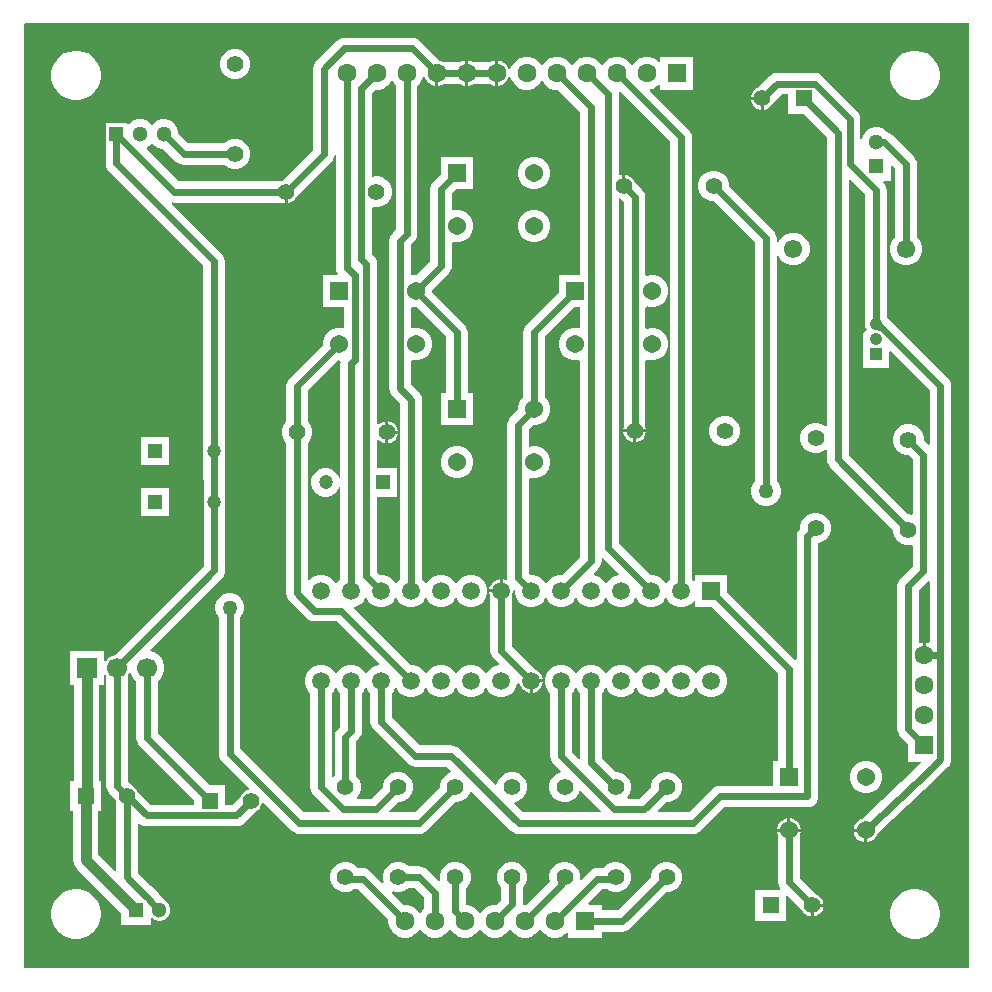
<source format=gtl>
G04*
G04 #@! TF.GenerationSoftware,Altium Limited,Altium Designer,21.4.1 (30)*
G04*
G04 Layer_Physical_Order=1*
G04 Layer_Color=255*
%FSLAX25Y25*%
%MOIN*%
G70*
G04*
G04 #@! TF.SameCoordinates,C371DEEE-1534-44D1-B208-D1612C8B0698*
G04*
G04*
G04 #@! TF.FilePolarity,Positive*
G04*
G01*
G75*
%ADD12C,0.02362*%
%ADD17R,0.04724X0.04724*%
%ADD18C,0.04724*%
%ADD25C,0.05118*%
%ADD26R,0.05118X0.05118*%
%ADD28R,0.05118X0.05118*%
%ADD34C,0.06063*%
%ADD35R,0.06063X0.06063*%
%ADD42C,0.03543*%
%ADD43R,0.05906X0.05906*%
%ADD44C,0.05906*%
%ADD45C,0.05512*%
%ADD46C,0.06693*%
%ADD47R,0.06693X0.06693*%
%ADD48R,0.05512X0.05512*%
%ADD49C,0.06102*%
%ADD50R,0.04134X0.04134*%
%ADD51C,0.04134*%
%ADD52C,0.06299*%
%ADD53R,0.06299X0.06299*%
%ADD54R,0.06299X0.06299*%
%ADD55C,0.05000*%
G36*
X315158Y-394D02*
X314657Y-394D01*
X197D01*
X197Y314067D01*
X697Y314567D01*
X315158D01*
Y-394D01*
D02*
G37*
%LPC*%
G36*
X157413Y302181D02*
X157367D01*
X156312Y301898D01*
X155804Y301605D01*
X150022D01*
X149515Y301898D01*
X148460Y302181D01*
X148413D01*
Y298031D01*
Y293882D01*
X148460D01*
X149515Y294165D01*
X150022Y294458D01*
X155804D01*
X156312Y294165D01*
X157367Y293882D01*
X157413D01*
Y298031D01*
Y302181D01*
D02*
G37*
G36*
X71343Y306142D02*
X69995D01*
X68694Y305793D01*
X67527Y305119D01*
X66574Y304166D01*
X65900Y302999D01*
X65551Y301697D01*
Y300350D01*
X65900Y299048D01*
X66574Y297881D01*
X67527Y296928D01*
X68694Y296254D01*
X69995Y295905D01*
X71343D01*
X72645Y296254D01*
X73812Y296928D01*
X74765Y297881D01*
X75438Y299048D01*
X75787Y300350D01*
Y301697D01*
X75438Y302999D01*
X74765Y304166D01*
X73812Y305119D01*
X72645Y305793D01*
X71343Y306142D01*
D02*
G37*
G36*
X129634Y309885D02*
X107087D01*
X106162Y309763D01*
X105300Y309406D01*
X104560Y308838D01*
X97759Y302038D01*
X97192Y301298D01*
X96834Y300436D01*
X96713Y299511D01*
Y272476D01*
X86276Y262038D01*
X51874D01*
X41157Y272755D01*
X41240Y273380D01*
X41998Y273818D01*
X42913Y274733D01*
X43829Y273818D01*
X44951Y273170D01*
X46202Y272835D01*
X46717D01*
X51056Y268496D01*
X51796Y267929D01*
X52658Y267571D01*
X53583Y267450D01*
X67005D01*
X67527Y266928D01*
X68694Y266254D01*
X69995Y265905D01*
X71343D01*
X72645Y266254D01*
X73812Y266928D01*
X74765Y267881D01*
X75438Y269048D01*
X75787Y270350D01*
Y271697D01*
X75438Y272999D01*
X74765Y274166D01*
X73812Y275119D01*
X72645Y275793D01*
X71343Y276142D01*
X69995D01*
X68694Y275793D01*
X67527Y275119D01*
X67005Y274598D01*
X55063D01*
X51772Y277889D01*
Y278404D01*
X51436Y279655D01*
X50788Y280778D01*
X49872Y281694D01*
X48750Y282342D01*
X47498Y282677D01*
X46202D01*
X44951Y282342D01*
X43829Y281694D01*
X42913Y280779D01*
X41998Y281694D01*
X40876Y282342D01*
X39624Y282677D01*
X38328D01*
X37077Y282342D01*
X35955Y281694D01*
X35162Y280901D01*
X34661Y281075D01*
Y281315D01*
X31215D01*
X31102Y281330D01*
X30990Y281315D01*
X27543D01*
Y277868D01*
X27529Y277756D01*
Y267913D01*
X27650Y266988D01*
X28007Y266126D01*
X28575Y265386D01*
X60009Y233953D01*
Y172047D01*
Y163608D01*
X60131Y162683D01*
X60206Y162502D01*
Y155118D01*
Y133764D01*
X30542Y104100D01*
X29621Y103853D01*
X28630Y103281D01*
X27821Y102472D01*
X27508Y101929D01*
X27008Y102063D01*
Y105512D01*
X15591D01*
Y94095D01*
X17130D01*
Y62205D01*
X15748D01*
Y51968D01*
X16697D01*
Y35827D01*
X16697Y35827D01*
X16839Y34747D01*
X17255Y33742D01*
X17918Y32878D01*
X32677Y18119D01*
Y14173D01*
X42520D01*
Y16381D01*
X43020Y16510D01*
X43035Y16498D01*
X43287Y16247D01*
X43595Y16069D01*
X43685Y15999D01*
X43790Y15956D01*
X44099Y15778D01*
X44442Y15686D01*
X44547Y15642D01*
X44660Y15628D01*
X45004Y15535D01*
X45360D01*
X45472Y15521D01*
X45585Y15535D01*
X45941D01*
X46285Y15628D01*
X46397Y15642D01*
X46502Y15686D01*
X46846Y15778D01*
X47155Y15956D01*
X47259Y15999D01*
X47349Y16069D01*
X47658Y16247D01*
X47909Y16498D01*
X48000Y16567D01*
X48069Y16657D01*
X48320Y16909D01*
X48498Y17217D01*
X48568Y17308D01*
X48611Y17412D01*
X48789Y17721D01*
X48881Y18065D01*
X48924Y18169D01*
X48939Y18282D01*
X49031Y18626D01*
Y18982D01*
X49046Y19094D01*
X49031Y19207D01*
Y19563D01*
X48939Y19907D01*
X48924Y20019D01*
X48881Y20124D01*
X48789Y20468D01*
X48611Y20776D01*
X48568Y20881D01*
X48498Y20971D01*
X48320Y21280D01*
X48069Y21531D01*
X48000Y21621D01*
X45544Y24077D01*
X45434Y24344D01*
X44866Y25084D01*
X44546Y25403D01*
X44546Y25403D01*
X43588Y26362D01*
X42848Y26930D01*
X42581Y27040D01*
X38219Y31402D01*
Y47835D01*
X38719Y47979D01*
X39371Y47480D01*
X40232Y47123D01*
X41157Y47001D01*
X71047D01*
X71972Y47123D01*
X72834Y47480D01*
X73574Y48048D01*
X77681Y52155D01*
X78290Y52506D01*
X78990Y53206D01*
X79484Y54062D01*
X79651Y54685D01*
X80209Y54835D01*
X89560Y45484D01*
X89560Y45484D01*
X90300Y44916D01*
X91162Y44559D01*
X92087Y44437D01*
X92087Y44437D01*
X132027D01*
X132952Y44559D01*
X133814Y44916D01*
X134554Y45484D01*
X144030Y54961D01*
X144768D01*
X146070Y55309D01*
X147237Y55983D01*
X148190Y56936D01*
X148864Y58103D01*
X148983Y58548D01*
X149466Y58678D01*
X162660Y45484D01*
X163400Y44916D01*
X164262Y44559D01*
X165187Y44437D01*
X223387D01*
X224312Y44559D01*
X225173Y44916D01*
X225914Y45484D01*
X233767Y53337D01*
X261487D01*
X262412Y53459D01*
X263274Y53816D01*
X264014Y54384D01*
X264582Y55124D01*
X264939Y55986D01*
X265060Y56911D01*
Y141317D01*
X266149Y141609D01*
X267316Y142282D01*
X268269Y143235D01*
X268942Y144403D01*
X269291Y145704D01*
Y147052D01*
X268942Y148354D01*
X268269Y149521D01*
X267316Y150473D01*
X266149Y151147D01*
X264847Y151496D01*
X263499D01*
X262198Y151147D01*
X261031Y150473D01*
X260078Y149521D01*
X259404Y148354D01*
X259055Y147052D01*
Y146314D01*
X258960Y146219D01*
X258392Y145478D01*
X258034Y144616D01*
X257913Y143691D01*
Y102652D01*
X257413Y102445D01*
X234685Y125172D01*
Y130748D01*
X224055D01*
Y128861D01*
X223555Y128765D01*
X222944Y129376D01*
Y276575D01*
X222822Y277500D01*
X222465Y278362D01*
X221897Y279102D01*
X208921Y292078D01*
X209071Y292635D01*
X210041Y292895D01*
X211298Y293621D01*
X211902Y294225D01*
X212402Y294018D01*
Y292520D01*
X223425D01*
Y303543D01*
X212402D01*
Y302045D01*
X211902Y301838D01*
X211298Y302442D01*
X210041Y303168D01*
X208639Y303543D01*
X207188D01*
X205786Y303168D01*
X204529Y302442D01*
X203503Y301416D01*
X203163Y300828D01*
X202663D01*
X202324Y301416D01*
X201298Y302442D01*
X200041Y303168D01*
X198639Y303543D01*
X197188D01*
X195786Y303168D01*
X194529Y302442D01*
X193503Y301416D01*
X193163Y300828D01*
X192663D01*
X192324Y301416D01*
X191298Y302442D01*
X190041Y303168D01*
X188639Y303543D01*
X187188D01*
X185786Y303168D01*
X184529Y302442D01*
X183503Y301416D01*
X183163Y300828D01*
X182663D01*
X182324Y301416D01*
X181298Y302442D01*
X180041Y303168D01*
X178639Y303543D01*
X177188D01*
X175786Y303168D01*
X174529Y302442D01*
X173503Y301416D01*
X173163Y300828D01*
X172663D01*
X172324Y301416D01*
X171298Y302442D01*
X170041Y303168D01*
X168639Y303543D01*
X167188D01*
X165786Y303168D01*
X164529Y302442D01*
X163503Y301416D01*
X162777Y300159D01*
X162467Y299002D01*
X161950D01*
X161780Y299633D01*
X161234Y300579D01*
X160461Y301352D01*
X159515Y301898D01*
X158460Y302181D01*
X158413D01*
Y298031D01*
Y293882D01*
X158460D01*
X159515Y294165D01*
X160461Y294711D01*
X161234Y295483D01*
X161780Y296430D01*
X161950Y297061D01*
X162467D01*
X162777Y295904D01*
X163503Y294647D01*
X164529Y293621D01*
X165786Y292895D01*
X167188Y292520D01*
X168639D01*
X170041Y292895D01*
X171298Y293621D01*
X172324Y294647D01*
X172663Y295235D01*
X173163D01*
X173503Y294647D01*
X174529Y293621D01*
X175786Y292895D01*
X177188Y292520D01*
X178371D01*
X185713Y285178D01*
Y230787D01*
X178662D01*
Y225054D01*
X167748Y214141D01*
X167181Y213401D01*
X166823Y212539D01*
X166702Y211614D01*
Y190078D01*
X165960Y189335D01*
X165250Y188105D01*
X164882Y186734D01*
Y185684D01*
X162460Y183262D01*
X161892Y182522D01*
X161535Y181660D01*
X161413Y180735D01*
Y129817D01*
X161473Y129361D01*
X161009Y129051D01*
X160896Y129117D01*
X159891Y129386D01*
X159870D01*
Y125433D01*
X159370D01*
Y124933D01*
X155418D01*
Y124913D01*
X155687Y123907D01*
X155796Y123718D01*
Y105433D01*
X155918Y104508D01*
X156275Y103646D01*
X156843Y102906D01*
X158523Y101226D01*
X158373Y100669D01*
X157319Y100386D01*
X156107Y99686D01*
X155117Y98697D01*
X154659Y97903D01*
X154081D01*
X153623Y98697D01*
X152634Y99686D01*
X151422Y100386D01*
X150070Y100748D01*
X148670D01*
X147319Y100386D01*
X146107Y99686D01*
X145117Y98697D01*
X144659Y97903D01*
X144081D01*
X143623Y98697D01*
X142634Y99686D01*
X141422Y100386D01*
X140070Y100748D01*
X138671D01*
X137319Y100386D01*
X136107Y99686D01*
X135117Y98697D01*
X134659Y97903D01*
X134081D01*
X133623Y98697D01*
X132634Y99686D01*
X131422Y100386D01*
X130070Y100748D01*
X129110D01*
X110217Y119640D01*
X110367Y120198D01*
X111422Y120481D01*
X112634Y121180D01*
X113623Y122170D01*
X114082Y122964D01*
X114659D01*
X115117Y122170D01*
X116107Y121180D01*
X117319Y120481D01*
X118670Y120118D01*
X120070D01*
X121422Y120481D01*
X122634Y121180D01*
X123623Y122170D01*
X124082Y122964D01*
X124659D01*
X125117Y122170D01*
X126107Y121180D01*
X127319Y120481D01*
X128671Y120118D01*
X130070D01*
X131422Y120481D01*
X132634Y121180D01*
X133623Y122170D01*
X134081Y122964D01*
X134659D01*
X135117Y122170D01*
X136107Y121180D01*
X137319Y120481D01*
X138671Y120118D01*
X140070D01*
X141422Y120481D01*
X142634Y121180D01*
X143623Y122170D01*
X144081Y122964D01*
X144659D01*
X145117Y122170D01*
X146107Y121180D01*
X147319Y120481D01*
X148670Y120118D01*
X150070D01*
X151422Y120481D01*
X152634Y121180D01*
X153623Y122170D01*
X154323Y123382D01*
X154685Y124733D01*
Y126133D01*
X154323Y127485D01*
X153623Y128697D01*
X152634Y129686D01*
X151422Y130386D01*
X150070Y130748D01*
X148670D01*
X147319Y130386D01*
X146107Y129686D01*
X145117Y128697D01*
X144659Y127903D01*
X144081D01*
X143623Y128697D01*
X142634Y129686D01*
X141422Y130386D01*
X140070Y130748D01*
X138671D01*
X137319Y130386D01*
X136107Y129686D01*
X135117Y128697D01*
X134659Y127903D01*
X134081D01*
X133623Y128697D01*
X132944Y129376D01*
Y189227D01*
X132944Y189227D01*
X132822Y190152D01*
X132465Y191014D01*
X131897Y191754D01*
X129261Y194391D01*
Y202123D01*
X129657Y202428D01*
X130195Y202284D01*
X131616D01*
X132987Y202651D01*
X134217Y203361D01*
X135222Y204365D01*
X135932Y205595D01*
X136299Y206967D01*
Y208387D01*
X135932Y209759D01*
X135222Y210989D01*
X134217Y211993D01*
X132987Y212703D01*
X131616Y213071D01*
X130195D01*
X129657Y212927D01*
X129261Y213231D01*
Y219840D01*
X129657Y220144D01*
X130195Y220000D01*
X131245D01*
X141111Y210134D01*
Y191417D01*
X139291D01*
Y180630D01*
X150079D01*
Y191417D01*
X148259D01*
Y211614D01*
X148137Y212539D01*
X147780Y213401D01*
X147212Y214141D01*
X147212Y214141D01*
X136299Y225054D01*
Y225733D01*
X141914Y231347D01*
X141914Y231347D01*
X142482Y232088D01*
X142839Y232950D01*
X142961Y233875D01*
X142961Y233875D01*
Y241515D01*
X143357Y241819D01*
X143975Y241653D01*
X145395D01*
X146767Y242021D01*
X147997Y242731D01*
X149001Y243735D01*
X149711Y244965D01*
X150079Y246337D01*
Y247757D01*
X149711Y249129D01*
X149001Y250359D01*
X147997Y251363D01*
X146767Y252073D01*
X145395Y252441D01*
X143975D01*
X143357Y252275D01*
X142961Y252580D01*
Y257985D01*
X144345Y259370D01*
X150079D01*
Y270158D01*
X139291D01*
Y264424D01*
X136860Y261993D01*
X136292Y261252D01*
X135934Y260390D01*
X135813Y259465D01*
Y235355D01*
X131245Y230787D01*
X130195D01*
X129657Y230643D01*
X129261Y230947D01*
Y240731D01*
X130440Y241911D01*
X131009Y242651D01*
X131366Y243513D01*
X131487Y244438D01*
Y293810D01*
X132324Y294647D01*
X133050Y295904D01*
X133309Y296874D01*
X133867Y297023D01*
X133895Y296996D01*
X134047Y296430D01*
X134593Y295483D01*
X135365Y294711D01*
X136312Y294165D01*
X137367Y293882D01*
X137413D01*
Y298031D01*
X138413D01*
Y293882D01*
X138460D01*
X139515Y294165D01*
X140023Y294458D01*
X145804D01*
X146312Y294165D01*
X147367Y293882D01*
X147413D01*
Y298031D01*
Y302181D01*
X147367D01*
X146312Y301898D01*
X145804Y301605D01*
X140023D01*
X139515Y301898D01*
X138949Y302050D01*
X132161Y308838D01*
X131421Y309406D01*
X130559Y309763D01*
X129634Y309885D01*
D02*
G37*
G36*
X298058Y305512D02*
X296430D01*
X294832Y305194D01*
X293328Y304571D01*
X291974Y303666D01*
X290822Y302514D01*
X289917Y301160D01*
X289294Y299656D01*
X288976Y298058D01*
Y296430D01*
X289294Y294832D01*
X289917Y293328D01*
X290822Y291974D01*
X291974Y290822D01*
X293328Y289917D01*
X294832Y289294D01*
X296430Y288976D01*
X298058D01*
X299656Y289294D01*
X301160Y289917D01*
X302514Y290822D01*
X303666Y291974D01*
X304571Y293328D01*
X305194Y294832D01*
X305512Y296430D01*
Y298058D01*
X305194Y299656D01*
X304571Y301160D01*
X303666Y302514D01*
X302514Y303666D01*
X301160Y304571D01*
X299656Y305194D01*
X298058Y305512D01*
D02*
G37*
G36*
X18531D02*
X16902D01*
X15305Y305194D01*
X13800Y304571D01*
X12446Y303666D01*
X11295Y302514D01*
X10390Y301160D01*
X9767Y299656D01*
X9449Y298058D01*
Y296430D01*
X9767Y294832D01*
X10390Y293328D01*
X11295Y291974D01*
X12446Y290822D01*
X13800Y289917D01*
X15305Y289294D01*
X16902Y288976D01*
X18531D01*
X20128Y289294D01*
X21633Y289917D01*
X22987Y290822D01*
X24138Y291974D01*
X25043Y293328D01*
X25666Y294832D01*
X25984Y296430D01*
Y298058D01*
X25666Y299656D01*
X25043Y301160D01*
X24138Y302514D01*
X22987Y303666D01*
X21633Y304571D01*
X20128Y305194D01*
X18531Y305512D01*
D02*
G37*
G36*
X245957Y289067D02*
X242702D01*
X242957Y288117D01*
X243451Y287261D01*
X244150Y286561D01*
X245007Y286067D01*
X245957Y285813D01*
Y289067D01*
D02*
G37*
G36*
X170986Y270158D02*
X169565D01*
X168194Y269790D01*
X166964Y269080D01*
X165960Y268076D01*
X165250Y266846D01*
X164882Y265474D01*
Y264054D01*
X165250Y262682D01*
X165960Y261452D01*
X166964Y260448D01*
X168194Y259738D01*
X169565Y259370D01*
X170986D01*
X172357Y259738D01*
X173587Y260448D01*
X174592Y261452D01*
X175302Y262682D01*
X175669Y264054D01*
Y265474D01*
X175302Y266846D01*
X174592Y268076D01*
X173587Y269080D01*
X172357Y269790D01*
X170986Y270158D01*
D02*
G37*
G36*
Y252441D02*
X169565D01*
X168194Y252073D01*
X166964Y251363D01*
X165960Y250359D01*
X165250Y249129D01*
X164882Y247757D01*
Y246337D01*
X165250Y244965D01*
X165960Y243735D01*
X166964Y242731D01*
X168194Y242021D01*
X169565Y241653D01*
X170986D01*
X172357Y242021D01*
X173587Y242731D01*
X174592Y243735D01*
X175302Y244965D01*
X175669Y246337D01*
Y247757D01*
X175302Y249129D01*
X174592Y250359D01*
X173587Y251363D01*
X172357Y252073D01*
X170986Y252441D01*
D02*
G37*
G36*
X251394Y298078D02*
X250469Y297956D01*
X249607Y297599D01*
X248867Y297031D01*
X244759Y292924D01*
X244150Y292572D01*
X243451Y291873D01*
X242957Y291017D01*
X242702Y290067D01*
X246457D01*
Y289567D01*
X246957D01*
Y285813D01*
X247906Y286067D01*
X248763Y286561D01*
X249462Y287261D01*
X249814Y287870D01*
X252874Y290930D01*
X255118D01*
Y284449D01*
X260300D01*
X268013Y276736D01*
Y180430D01*
X267551Y180238D01*
X267316Y180473D01*
X266149Y181147D01*
X264847Y181496D01*
X263499D01*
X262198Y181147D01*
X261031Y180473D01*
X260078Y179521D01*
X259404Y178354D01*
X259055Y177052D01*
Y175704D01*
X259404Y174402D01*
X260078Y173235D01*
X261031Y172283D01*
X262198Y171609D01*
X263499Y171260D01*
X264847D01*
X266149Y171609D01*
X267316Y172283D01*
X267551Y172518D01*
X268013Y172326D01*
Y169319D01*
X268134Y168394D01*
X268492Y167532D01*
X269059Y166792D01*
X289961Y145891D01*
Y145153D01*
X290310Y143851D01*
X290983Y142684D01*
X291936Y141731D01*
X293103Y141058D01*
X294405Y140709D01*
X295753D01*
X296116Y140806D01*
X296513Y140502D01*
Y133591D01*
X292460Y129538D01*
X291892Y128798D01*
X291534Y127936D01*
X291413Y127011D01*
Y79383D01*
X291534Y78458D01*
X291892Y77596D01*
X292460Y76856D01*
X294882Y74434D01*
Y68465D01*
X299156D01*
X299341Y68000D01*
X279808Y49549D01*
X279349Y49426D01*
X278430Y48895D01*
X277679Y48145D01*
X277149Y47225D01*
X276874Y46200D01*
Y46169D01*
X280905D01*
Y45669D01*
X281405D01*
Y41638D01*
X281436D01*
X282462Y41913D01*
X283381Y42443D01*
X284131Y43194D01*
X284662Y44113D01*
X284730Y44366D01*
X305741Y64213D01*
X305773Y64253D01*
X305814Y64284D01*
X308314Y66784D01*
X308314Y66784D01*
X308882Y67524D01*
X309239Y68386D01*
X309361Y69311D01*
Y103976D01*
Y193725D01*
X309361Y193725D01*
X309239Y194650D01*
X308882Y195512D01*
X308314Y196252D01*
X288539Y216027D01*
X287826Y216574D01*
Y259120D01*
X287704Y260045D01*
X287347Y260907D01*
X286779Y261647D01*
X286684Y261743D01*
X286875Y262205D01*
X289370D01*
Y267009D01*
X289832Y267200D01*
X290796Y266236D01*
Y243452D01*
X290038Y242694D01*
X289325Y241459D01*
X288957Y240083D01*
Y238657D01*
X289325Y237281D01*
X290038Y236046D01*
X291046Y235038D01*
X292281Y234326D01*
X293657Y233957D01*
X295083D01*
X296460Y234326D01*
X297694Y235038D01*
X298702Y236046D01*
X299414Y237281D01*
X299783Y238657D01*
Y240083D01*
X299414Y241459D01*
X298702Y242694D01*
X297944Y243452D01*
Y267717D01*
X297822Y268642D01*
X297465Y269504D01*
X296897Y270244D01*
X289614Y277527D01*
X288874Y278095D01*
X288012Y278452D01*
X287948Y278461D01*
X287471Y278938D01*
X286348Y279586D01*
X285097Y279921D01*
X283801D01*
X282549Y279586D01*
X281427Y278938D01*
X280511Y278022D01*
X279863Y276900D01*
X279597Y275909D01*
X279098Y275975D01*
Y282876D01*
X279098Y282876D01*
X278976Y283801D01*
X278619Y284663D01*
X278051Y285403D01*
X278051Y285403D01*
X266423Y297031D01*
X265683Y297599D01*
X264821Y297956D01*
X263896Y298078D01*
X251394D01*
X251394Y298078D01*
D02*
G37*
G36*
X230831Y265551D02*
X229484D01*
X228182Y265202D01*
X227015Y264528D01*
X226062Y263576D01*
X225388Y262408D01*
X225039Y261107D01*
Y259759D01*
X225388Y258457D01*
X226062Y257290D01*
X227015Y256337D01*
X228182Y255664D01*
X229484Y255315D01*
X230221D01*
X244064Y241472D01*
Y161964D01*
X243747Y161647D01*
X243107Y160538D01*
X242776Y159301D01*
Y158021D01*
X243107Y156785D01*
X243747Y155676D01*
X244652Y154771D01*
X245761Y154131D01*
X246998Y153799D01*
X248278D01*
X249515Y154131D01*
X250623Y154771D01*
X251529Y155676D01*
X252169Y156785D01*
X252500Y158021D01*
Y159301D01*
X252169Y160538D01*
X251529Y161647D01*
X251212Y161964D01*
Y237420D01*
X251712Y237485D01*
X251766Y237281D01*
X252479Y236046D01*
X253487Y235038D01*
X254721Y234326D01*
X256098Y233957D01*
X257524D01*
X258900Y234326D01*
X260135Y235038D01*
X261143Y236046D01*
X261856Y237281D01*
X262224Y238657D01*
Y240083D01*
X261856Y241459D01*
X261143Y242694D01*
X260135Y243702D01*
X258900Y244414D01*
X257524Y244783D01*
X256098D01*
X254721Y244414D01*
X253487Y243702D01*
X252479Y242694D01*
X251766Y241459D01*
X251712Y241255D01*
X251212Y241321D01*
Y242953D01*
X251090Y243878D01*
X250733Y244740D01*
X250165Y245480D01*
X250165Y245480D01*
X235276Y260369D01*
Y261107D01*
X234927Y262408D01*
X234253Y263576D01*
X233300Y264528D01*
X232133Y265202D01*
X230831Y265551D01*
D02*
G37*
G36*
X234571Y183858D02*
X233224D01*
X231922Y183510D01*
X230755Y182836D01*
X229802Y181883D01*
X229128Y180716D01*
X228780Y179414D01*
Y178066D01*
X229128Y176765D01*
X229802Y175598D01*
X230755Y174645D01*
X231922Y173971D01*
X233224Y173622D01*
X234571D01*
X235873Y173971D01*
X237040Y174645D01*
X237993Y175598D01*
X238667Y176765D01*
X239016Y178066D01*
Y179414D01*
X238667Y180716D01*
X237993Y181883D01*
X237040Y182836D01*
X235873Y183510D01*
X234571Y183858D01*
D02*
G37*
G36*
X48622Y176772D02*
X39173D01*
Y167323D01*
X48622D01*
Y176772D01*
D02*
G37*
G36*
X145395Y173701D02*
X143975D01*
X142603Y173333D01*
X141373Y172623D01*
X140369Y171619D01*
X139659Y170389D01*
X139291Y169017D01*
Y167597D01*
X139659Y166225D01*
X140369Y164995D01*
X141373Y163991D01*
X142603Y163281D01*
X143975Y162913D01*
X145395D01*
X146767Y163281D01*
X147997Y163991D01*
X149001Y164995D01*
X149711Y166225D01*
X150079Y167597D01*
Y169017D01*
X149711Y170389D01*
X149001Y171619D01*
X147997Y172623D01*
X146767Y173333D01*
X145395Y173701D01*
D02*
G37*
G36*
X48819Y159842D02*
X39370D01*
Y150394D01*
X48819D01*
Y159842D01*
D02*
G37*
G36*
X158870Y129386D02*
X158850D01*
X157844Y129117D01*
X156943Y128596D01*
X156207Y127860D01*
X155687Y126959D01*
X155418Y125954D01*
Y125933D01*
X158870D01*
Y129386D01*
D02*
G37*
G36*
X281615Y68779D02*
X280195D01*
X278823Y68412D01*
X277594Y67702D01*
X276589Y66698D01*
X275879Y65468D01*
X275512Y64096D01*
Y62676D01*
X275879Y61304D01*
X276589Y60074D01*
X277594Y59070D01*
X278823Y58360D01*
X280195Y57992D01*
X281615D01*
X282987Y58360D01*
X284217Y59070D01*
X285221Y60074D01*
X285931Y61304D01*
X286299Y62676D01*
Y64096D01*
X285931Y65468D01*
X285221Y66698D01*
X284217Y67702D01*
X282987Y68412D01*
X281615Y68779D01*
D02*
G37*
G36*
X255846Y49701D02*
X255815D01*
Y46169D01*
X259347D01*
Y46200D01*
X259072Y47225D01*
X258541Y48145D01*
X257790Y48895D01*
X256871Y49426D01*
X255846Y49701D01*
D02*
G37*
G36*
X254815D02*
X254784D01*
X253759Y49426D01*
X252840Y48895D01*
X252089Y48145D01*
X251558Y47225D01*
X251284Y46200D01*
Y46169D01*
X254815D01*
Y49701D01*
D02*
G37*
G36*
X280405Y45169D02*
X276874D01*
Y45139D01*
X277149Y44113D01*
X277679Y43194D01*
X278430Y42443D01*
X279349Y41913D01*
X280375Y41638D01*
X280405D01*
Y45169D01*
D02*
G37*
G36*
X215170Y35197D02*
X213822D01*
X212521Y34848D01*
X211353Y34174D01*
X210401Y33221D01*
X209727Y32054D01*
X209378Y30753D01*
Y30015D01*
X198291Y18928D01*
X192835D01*
Y20866D01*
X188542D01*
X188351Y21328D01*
X192925Y25902D01*
X194494D01*
X195520Y25310D01*
X196822Y24961D01*
X198170D01*
X199471Y25310D01*
X200639Y25983D01*
X201591Y26936D01*
X202265Y28103D01*
X202614Y29405D01*
Y30753D01*
X202265Y32054D01*
X201591Y33221D01*
X200639Y34174D01*
X199471Y34848D01*
X198170Y35197D01*
X196822D01*
X195520Y34848D01*
X194353Y34174D01*
X193401Y33221D01*
X193302Y33050D01*
X191445D01*
X190520Y32928D01*
X189658Y32571D01*
X188918Y32003D01*
X186039Y29125D01*
X185703Y29319D01*
X185614Y29407D01*
Y30753D01*
X185265Y32054D01*
X184591Y33221D01*
X183639Y34174D01*
X182472Y34848D01*
X181170Y35197D01*
X179822D01*
X178521Y34848D01*
X177353Y34174D01*
X176400Y33221D01*
X175727Y32054D01*
X175378Y30753D01*
Y29405D01*
X175577Y28663D01*
X167780Y20866D01*
X167050D01*
X166587Y21017D01*
X166566Y21336D01*
Y26415D01*
X167088Y26936D01*
X167762Y28103D01*
X168110Y29405D01*
Y30753D01*
X167762Y32054D01*
X167088Y33221D01*
X166135Y34174D01*
X164968Y34848D01*
X163666Y35197D01*
X162318D01*
X161017Y34848D01*
X159850Y34174D01*
X158897Y33221D01*
X158223Y32054D01*
X157874Y30753D01*
Y29405D01*
X158223Y28103D01*
X158897Y26936D01*
X159418Y26415D01*
Y22504D01*
X157780Y20866D01*
X156597D01*
X155195Y20491D01*
X153938Y19765D01*
X152912Y18739D01*
X152573Y18151D01*
X152073D01*
X151733Y18739D01*
X150707Y19765D01*
X149450Y20491D01*
X148048Y20866D01*
X147668D01*
Y26415D01*
X148190Y26936D01*
X148864Y28103D01*
X149213Y29405D01*
Y30753D01*
X148864Y32054D01*
X148190Y33221D01*
X147237Y34174D01*
X146070Y34848D01*
X144768Y35197D01*
X143421D01*
X142119Y34848D01*
X140952Y34174D01*
X139999Y33221D01*
X139325Y32054D01*
X138976Y30753D01*
Y29405D01*
X139143Y28784D01*
X138694Y28525D01*
X134614Y32606D01*
X133874Y33174D01*
X133012Y33531D01*
X132087Y33653D01*
X128664D01*
X128143Y34174D01*
X126976Y34848D01*
X125674Y35197D01*
X124326D01*
X123024Y34848D01*
X121857Y34174D01*
X120905Y33221D01*
X120231Y32054D01*
X119882Y30753D01*
Y29405D01*
X120192Y28246D01*
X119744Y27987D01*
X115728Y32003D01*
X114988Y32571D01*
X114126Y32928D01*
X113201Y33050D01*
X111675D01*
X111576Y33221D01*
X110623Y34174D01*
X109456Y34848D01*
X108154Y35197D01*
X106807D01*
X105505Y34848D01*
X104338Y34174D01*
X103385Y33221D01*
X102711Y32054D01*
X102362Y30753D01*
Y29405D01*
X102711Y28103D01*
X103385Y26936D01*
X104338Y25983D01*
X105505Y25310D01*
X106807Y24961D01*
X108154D01*
X109456Y25310D01*
X110483Y25902D01*
X111721D01*
X121811Y15812D01*
Y14629D01*
X122187Y13227D01*
X122912Y11970D01*
X123939Y10944D01*
X125195Y10218D01*
X126597Y9843D01*
X128049D01*
X129450Y10218D01*
X130707Y10944D01*
X131733Y11970D01*
X132073Y12558D01*
X132573D01*
X132912Y11970D01*
X133939Y10944D01*
X135195Y10218D01*
X136597Y9843D01*
X138049D01*
X139450Y10218D01*
X140707Y10944D01*
X141733Y11970D01*
X142073Y12558D01*
X142573D01*
X142912Y11970D01*
X143939Y10944D01*
X145195Y10218D01*
X146597Y9843D01*
X148048D01*
X149450Y10218D01*
X150707Y10944D01*
X151733Y11970D01*
X152073Y12558D01*
X152573D01*
X152912Y11970D01*
X153938Y10944D01*
X155195Y10218D01*
X156597Y9843D01*
X158048D01*
X159450Y10218D01*
X160707Y10944D01*
X161733Y11970D01*
X162073Y12558D01*
X162573D01*
X162912Y11970D01*
X163938Y10944D01*
X165195Y10218D01*
X166597Y9843D01*
X168049D01*
X169450Y10218D01*
X170707Y10944D01*
X171733Y11970D01*
X172073Y12558D01*
X172573D01*
X172912Y11970D01*
X173939Y10944D01*
X175195Y10218D01*
X176597Y9843D01*
X178049D01*
X179450Y10218D01*
X180707Y10944D01*
X181311Y11548D01*
X181811Y11341D01*
Y9843D01*
X192835D01*
Y11780D01*
X199772D01*
X200697Y11902D01*
X201558Y12259D01*
X202299Y12827D01*
X214432Y24961D01*
X215170D01*
X216472Y25310D01*
X217639Y25983D01*
X218591Y26936D01*
X219265Y28103D01*
X219614Y29405D01*
Y30753D01*
X219265Y32054D01*
X218591Y33221D01*
X217639Y34174D01*
X216472Y34848D01*
X215170Y35197D01*
D02*
G37*
G36*
X266746Y20169D02*
X263492D01*
Y16915D01*
X264442Y17169D01*
X265298Y17664D01*
X265998Y18363D01*
X266492Y19219D01*
X266746Y20169D01*
D02*
G37*
G36*
X259347Y45169D02*
X251284D01*
Y45139D01*
X251558Y44113D01*
X251741Y43797D01*
Y28346D01*
X251863Y27421D01*
X252220Y26559D01*
X252429Y26287D01*
X252182Y25787D01*
X244094D01*
Y15551D01*
X254331D01*
Y23623D01*
X254793Y23814D01*
X259635Y18972D01*
X259986Y18363D01*
X260686Y17664D01*
X261542Y17169D01*
X262492Y16915D01*
Y20669D01*
X262992D01*
Y21169D01*
X266746D01*
X266492Y22119D01*
X265998Y22975D01*
X265298Y23675D01*
X264689Y24026D01*
X258889Y29827D01*
Y43797D01*
X259072Y44113D01*
X259347Y45139D01*
Y45169D01*
D02*
G37*
G36*
X298058Y25984D02*
X296430D01*
X294832Y25666D01*
X293328Y25043D01*
X291974Y24138D01*
X290822Y22987D01*
X289917Y21633D01*
X289294Y20128D01*
X288976Y18531D01*
Y16902D01*
X289294Y15305D01*
X289917Y13800D01*
X290822Y12446D01*
X291974Y11295D01*
X293328Y10390D01*
X294832Y9767D01*
X296430Y9449D01*
X298058D01*
X299656Y9767D01*
X301160Y10390D01*
X302514Y11295D01*
X303666Y12446D01*
X304571Y13800D01*
X305194Y15305D01*
X305512Y16902D01*
Y18531D01*
X305194Y20128D01*
X304571Y21633D01*
X303666Y22987D01*
X302514Y24138D01*
X301160Y25043D01*
X299656Y25666D01*
X298058Y25984D01*
D02*
G37*
G36*
X18531D02*
X16902D01*
X15305Y25666D01*
X13800Y25043D01*
X12446Y24138D01*
X11295Y22987D01*
X10390Y21633D01*
X9767Y20128D01*
X9449Y18531D01*
Y16902D01*
X9767Y15305D01*
X10390Y13800D01*
X11295Y12446D01*
X12446Y11295D01*
X13800Y10390D01*
X15305Y9767D01*
X16902Y9449D01*
X18531D01*
X20128Y9767D01*
X21633Y10390D01*
X22987Y11295D01*
X24138Y12446D01*
X25043Y13800D01*
X25666Y15305D01*
X25984Y16902D01*
Y18531D01*
X25666Y20128D01*
X25043Y21633D01*
X24138Y22987D01*
X22987Y24138D01*
X21633Y25043D01*
X20128Y25666D01*
X18531Y25984D01*
D02*
G37*
%LPD*%
G36*
X104340Y270803D02*
Y233225D01*
X104461Y232300D01*
X104818Y231438D01*
X104974Y231236D01*
X104753Y230787D01*
X99921D01*
Y220000D01*
X106954D01*
Y213233D01*
X106557Y212928D01*
X106025Y213071D01*
X104605D01*
X103233Y212703D01*
X102003Y211993D01*
X100999Y210989D01*
X100289Y209759D01*
X99921Y208387D01*
Y207338D01*
X88772Y196188D01*
X88204Y195448D01*
X87847Y194586D01*
X87725Y193661D01*
Y182011D01*
X87204Y181489D01*
X86530Y180322D01*
X86181Y179020D01*
Y177673D01*
X86530Y176371D01*
X87204Y175204D01*
X87725Y174682D01*
Y124598D01*
X87847Y123673D01*
X88204Y122811D01*
X88772Y122071D01*
X94560Y116284D01*
X95300Y115716D01*
X96162Y115359D01*
X97087Y115237D01*
X104512D01*
X118523Y101226D01*
X118374Y100669D01*
X117319Y100386D01*
X116107Y99686D01*
X115117Y98697D01*
X114659Y97903D01*
X114082D01*
X113623Y98697D01*
X112634Y99686D01*
X111422Y100386D01*
X110070Y100748D01*
X108670D01*
X107319Y100386D01*
X106107Y99686D01*
X105117Y98697D01*
X104659Y97903D01*
X104081D01*
X103623Y98697D01*
X102634Y99686D01*
X101422Y100386D01*
X100070Y100748D01*
X98671D01*
X97319Y100386D01*
X96107Y99686D01*
X95117Y98697D01*
X94418Y97485D01*
X94055Y96133D01*
Y94734D01*
X94418Y93382D01*
X95117Y92170D01*
X95796Y91491D01*
Y59927D01*
X95918Y59002D01*
X96275Y58140D01*
X96843Y57400D01*
X102197Y52047D01*
X102005Y51585D01*
X93567D01*
X72471Y72680D01*
Y116590D01*
X72788Y116907D01*
X73428Y118015D01*
X73760Y119252D01*
Y120532D01*
X73428Y121769D01*
X72788Y122878D01*
X71883Y123783D01*
X70774Y124423D01*
X69538Y124754D01*
X68257D01*
X67021Y124423D01*
X65912Y123783D01*
X65007Y122878D01*
X64367Y121769D01*
X64035Y120532D01*
Y119252D01*
X64367Y118015D01*
X65007Y116907D01*
X65324Y116590D01*
Y71200D01*
X65446Y70275D01*
X65803Y69413D01*
X66370Y68673D01*
X75307Y59736D01*
X75158Y59179D01*
X74534Y59012D01*
X73678Y58517D01*
X72979Y57818D01*
X72627Y57209D01*
X69567Y54149D01*
X67323D01*
Y60630D01*
X62141D01*
X44873Y77898D01*
Y95304D01*
X45867Y96298D01*
X46619Y97600D01*
X47008Y99052D01*
Y100555D01*
X46619Y102007D01*
X45867Y103308D01*
X44804Y104371D01*
X43503Y105123D01*
X42543Y105380D01*
X42413Y105863D01*
X66307Y129756D01*
X66874Y130497D01*
X67232Y131358D01*
X67353Y132283D01*
Y155118D01*
Y163411D01*
X67353Y163411D01*
X67232Y164336D01*
X67156Y164517D01*
Y172047D01*
Y235433D01*
X67035Y236358D01*
X66678Y237220D01*
X66110Y237960D01*
X49576Y254494D01*
X49809Y254968D01*
X50394Y254891D01*
X50394Y254891D01*
X86582D01*
X87256Y254710D01*
Y258465D01*
X88256D01*
Y254710D01*
X89206Y254965D01*
X90062Y255459D01*
X90762Y256158D01*
X91113Y256768D01*
X102814Y268468D01*
X102814Y268468D01*
X103382Y269208D01*
X103739Y270070D01*
X103840Y270836D01*
X104340Y270803D01*
D02*
G37*
G36*
X123503Y294647D02*
X124339Y293810D01*
Y245918D01*
X123160Y244738D01*
X122592Y243998D01*
X122234Y243136D01*
X122113Y242211D01*
Y192911D01*
X122234Y191986D01*
X122592Y191124D01*
X123160Y190384D01*
X125796Y187747D01*
Y129376D01*
X125117Y128697D01*
X124659Y127903D01*
X124082D01*
X123623Y128697D01*
X122634Y129686D01*
X121422Y130386D01*
X120070Y130748D01*
X119109D01*
X118038Y131819D01*
Y156890D01*
X124764D01*
Y166338D01*
X118038D01*
Y175588D01*
X118538Y175795D01*
X118993Y175341D01*
X119850Y174846D01*
X120799Y174592D01*
Y178346D01*
Y182101D01*
X119850Y181846D01*
X118993Y181352D01*
X118538Y180897D01*
X118038Y181104D01*
Y234543D01*
X117917Y235468D01*
X117560Y236330D01*
X116992Y237070D01*
X116360Y237702D01*
Y253129D01*
X116757Y253434D01*
X117082Y253346D01*
X118430D01*
X119731Y253695D01*
X120899Y254369D01*
X121852Y255322D01*
X122525Y256489D01*
X122874Y257791D01*
Y259138D01*
X122525Y260440D01*
X121852Y261607D01*
X120899Y262560D01*
X119731Y263234D01*
X118430Y263583D01*
X117082D01*
X116757Y263496D01*
X116360Y263800D01*
Y291424D01*
X117456Y292520D01*
X118639D01*
X120041Y292895D01*
X121298Y293621D01*
X122324Y294647D01*
X122663Y295235D01*
X123163D01*
X123503Y294647D01*
D02*
G37*
G36*
X215796Y275094D02*
Y129376D01*
X215117Y128697D01*
X214659Y127903D01*
X214082D01*
X213623Y128697D01*
X212634Y129686D01*
X211422Y130386D01*
X210070Y130748D01*
X209109D01*
X198598Y141260D01*
Y256285D01*
X199059Y256477D01*
X200324Y255212D01*
Y179914D01*
X200143Y179240D01*
X203898D01*
X207652D01*
X207471Y179914D01*
Y202158D01*
X207972Y202542D01*
X208935Y202284D01*
X210356D01*
X211727Y202651D01*
X212957Y203361D01*
X213962Y204365D01*
X214672Y205595D01*
X215039Y206967D01*
Y208387D01*
X214672Y209759D01*
X213962Y210989D01*
X212957Y211993D01*
X211727Y212703D01*
X210356Y213071D01*
X208935D01*
X207972Y212813D01*
X207471Y213196D01*
Y219875D01*
X207972Y220258D01*
X208935Y220000D01*
X210356D01*
X211727Y220368D01*
X212957Y221078D01*
X213962Y222082D01*
X214672Y223312D01*
X215039Y224683D01*
Y226104D01*
X214672Y227476D01*
X213962Y228705D01*
X212957Y229710D01*
X211727Y230420D01*
X210356Y230787D01*
X208935D01*
X207972Y230529D01*
X207471Y230913D01*
Y256693D01*
X207350Y257618D01*
X206993Y258480D01*
X206425Y259220D01*
X203515Y262130D01*
X203163Y262739D01*
X202464Y263439D01*
X201607Y263933D01*
X200657Y264187D01*
Y260433D01*
X199657D01*
Y264187D01*
X199098Y264037D01*
X198598Y264421D01*
Y290921D01*
X198497Y291687D01*
X198961Y291930D01*
X215796Y275094D01*
D02*
G37*
G36*
X185713Y213228D02*
X185316Y212923D01*
X184765Y213071D01*
X183345D01*
X181973Y212703D01*
X180743Y211993D01*
X179739Y210989D01*
X179029Y209759D01*
X178662Y208387D01*
Y206967D01*
X179029Y205595D01*
X179739Y204365D01*
X180743Y203361D01*
X181973Y202651D01*
X183345Y202284D01*
X184765D01*
X185316Y202431D01*
X185713Y202127D01*
Y136830D01*
X179631Y130748D01*
X178671D01*
X177319Y130386D01*
X176107Y129686D01*
X175117Y128697D01*
X174659Y127903D01*
X174082D01*
X173623Y128697D01*
X172634Y129686D01*
X171422Y130386D01*
X170070Y130748D01*
X169109D01*
X168561Y131297D01*
Y162772D01*
X168957Y163076D01*
X169565Y162913D01*
X170986D01*
X172357Y163281D01*
X173587Y163991D01*
X174592Y164995D01*
X175302Y166225D01*
X175669Y167597D01*
Y169017D01*
X175302Y170389D01*
X174592Y171619D01*
X173587Y172623D01*
X172357Y173333D01*
X170986Y173701D01*
X169565D01*
X168957Y173538D01*
X168561Y173842D01*
Y179254D01*
X169936Y180630D01*
X170986D01*
X172357Y180998D01*
X173587Y181708D01*
X174592Y182712D01*
X175302Y183942D01*
X175669Y185313D01*
Y186734D01*
X175302Y188105D01*
X174592Y189335D01*
X173849Y190078D01*
Y210134D01*
X183716Y220000D01*
X185713D01*
Y213228D01*
D02*
G37*
G36*
X105456Y202236D02*
X105853Y201783D01*
X105796Y201354D01*
Y163253D01*
X105296Y163187D01*
X105229Y163438D01*
X104607Y164515D01*
X103728Y165394D01*
X102650Y166016D01*
X101449Y166338D01*
X100205D01*
X99003Y166016D01*
X97926Y165394D01*
X97046Y164515D01*
X96424Y163438D01*
X96102Y162236D01*
Y160992D01*
X96424Y159791D01*
X97046Y158713D01*
X97926Y157834D01*
X99003Y157212D01*
X100205Y156890D01*
X101449D01*
X102650Y157212D01*
X103728Y157834D01*
X104607Y158713D01*
X105229Y159791D01*
X105296Y160041D01*
X105796Y159975D01*
Y129376D01*
X105117Y128697D01*
X104659Y127903D01*
X104081D01*
X103623Y128697D01*
X102634Y129686D01*
X101422Y130386D01*
X100070Y130748D01*
X98671D01*
X97319Y130386D01*
X96107Y129686D01*
X95373Y128953D01*
X94873Y129160D01*
Y174682D01*
X95395Y175204D01*
X96069Y176371D01*
X96417Y177673D01*
Y179020D01*
X96069Y180322D01*
X95395Y181489D01*
X94873Y182011D01*
Y192181D01*
X104939Y202247D01*
X105456Y202236D01*
D02*
G37*
G36*
X198523Y131226D02*
X198373Y130669D01*
X197319Y130386D01*
X196107Y129686D01*
X195117Y128697D01*
X194659Y127903D01*
X194081D01*
X193623Y128697D01*
X192634Y129686D01*
X191422Y130386D01*
X190367Y130669D01*
X190217Y131226D01*
X191814Y132823D01*
X192382Y133563D01*
X192739Y134425D01*
X192860Y135350D01*
X192860Y135350D01*
Y136235D01*
X193322Y136427D01*
X198523Y131226D01*
D02*
G37*
G36*
X164055Y125505D02*
Y124733D01*
X164418Y123382D01*
X165117Y122170D01*
X166107Y121180D01*
X167319Y120481D01*
X168670Y120118D01*
X170070D01*
X171422Y120481D01*
X172634Y121180D01*
X173623Y122170D01*
X174082Y122964D01*
X174659D01*
X175117Y122170D01*
X176107Y121180D01*
X177319Y120481D01*
X178671Y120118D01*
X180070D01*
X181422Y120481D01*
X182634Y121180D01*
X183623Y122170D01*
X184081Y122964D01*
X184659D01*
X185117Y122170D01*
X186107Y121180D01*
X187319Y120481D01*
X188671Y120118D01*
X190070D01*
X191422Y120481D01*
X192634Y121180D01*
X193623Y122170D01*
X194081Y122964D01*
X194659D01*
X195117Y122170D01*
X196107Y121180D01*
X197319Y120481D01*
X198670Y120118D01*
X200070D01*
X201422Y120481D01*
X202634Y121180D01*
X203623Y122170D01*
X204082Y122964D01*
X204659D01*
X205117Y122170D01*
X206107Y121180D01*
X207319Y120481D01*
X208670Y120118D01*
X210070D01*
X211422Y120481D01*
X212634Y121180D01*
X213623Y122170D01*
X214082Y122964D01*
X214659D01*
X215117Y122170D01*
X216107Y121180D01*
X217319Y120481D01*
X218671Y120118D01*
X220070D01*
X221422Y120481D01*
X222634Y121180D01*
X223555Y122102D01*
X224055Y122006D01*
Y120118D01*
X229631D01*
X251741Y98008D01*
Y68779D01*
X249921D01*
Y60485D01*
X232287D01*
X231362Y60363D01*
X230500Y60006D01*
X229760Y59438D01*
X221906Y51585D01*
X211710D01*
X211518Y52047D01*
X214432Y54961D01*
X215170D01*
X216472Y55309D01*
X217639Y55983D01*
X218591Y56936D01*
X219265Y58103D01*
X219614Y59405D01*
Y60753D01*
X219265Y62054D01*
X218591Y63221D01*
X217639Y64174D01*
X216472Y64848D01*
X215170Y65197D01*
X213822D01*
X212521Y64848D01*
X211353Y64174D01*
X210401Y63221D01*
X209727Y62054D01*
X209378Y60753D01*
Y60015D01*
X205548Y56185D01*
X201494D01*
X201302Y56647D01*
X201591Y56936D01*
X202265Y58103D01*
X202614Y59405D01*
Y60753D01*
X202265Y62054D01*
X201591Y63221D01*
X200639Y64174D01*
X199471Y64848D01*
X198170Y65197D01*
X197432D01*
X192944Y69685D01*
Y91491D01*
X193623Y92170D01*
X194081Y92964D01*
X194659D01*
X195117Y92170D01*
X196107Y91180D01*
X197319Y90481D01*
X198670Y90118D01*
X200070D01*
X201422Y90481D01*
X202634Y91180D01*
X203623Y92170D01*
X204082Y92964D01*
X204659D01*
X205117Y92170D01*
X206107Y91180D01*
X207319Y90481D01*
X208670Y90118D01*
X210070D01*
X211422Y90481D01*
X212634Y91180D01*
X213623Y92170D01*
X214082Y92964D01*
X214659D01*
X215117Y92170D01*
X216107Y91180D01*
X217319Y90481D01*
X218671Y90118D01*
X220070D01*
X221422Y90481D01*
X222634Y91180D01*
X223623Y92170D01*
X224081Y92964D01*
X224659D01*
X225117Y92170D01*
X226107Y91180D01*
X227319Y90481D01*
X228671Y90118D01*
X230070D01*
X231422Y90481D01*
X232634Y91180D01*
X233623Y92170D01*
X234323Y93382D01*
X234685Y94734D01*
Y96133D01*
X234323Y97485D01*
X233623Y98697D01*
X232634Y99686D01*
X231422Y100386D01*
X230070Y100748D01*
X228671D01*
X227319Y100386D01*
X226107Y99686D01*
X225117Y98697D01*
X224659Y97903D01*
X224081D01*
X223623Y98697D01*
X222634Y99686D01*
X221422Y100386D01*
X220070Y100748D01*
X218671D01*
X217319Y100386D01*
X216107Y99686D01*
X215117Y98697D01*
X214659Y97903D01*
X214082D01*
X213623Y98697D01*
X212634Y99686D01*
X211422Y100386D01*
X210070Y100748D01*
X208670D01*
X207319Y100386D01*
X206107Y99686D01*
X205117Y98697D01*
X204659Y97903D01*
X204082D01*
X203623Y98697D01*
X202634Y99686D01*
X201422Y100386D01*
X200070Y100748D01*
X198670D01*
X197319Y100386D01*
X196107Y99686D01*
X195117Y98697D01*
X194659Y97903D01*
X194081D01*
X193623Y98697D01*
X192634Y99686D01*
X191422Y100386D01*
X190070Y100748D01*
X188671D01*
X187319Y100386D01*
X186107Y99686D01*
X185117Y98697D01*
X184659Y97903D01*
X184081D01*
X183623Y98697D01*
X182634Y99686D01*
X181422Y100386D01*
X180070Y100748D01*
X178671D01*
X177319Y100386D01*
X176107Y99686D01*
X175117Y98697D01*
X174417Y97485D01*
X174055Y96133D01*
Y94734D01*
X174417Y93382D01*
X175117Y92170D01*
X175796Y91491D01*
Y70327D01*
X175918Y69402D01*
X176275Y68541D01*
X176843Y67800D01*
X179172Y65471D01*
X179043Y64988D01*
X178521Y64848D01*
X177353Y64174D01*
X176400Y63221D01*
X175727Y62054D01*
X175378Y60753D01*
Y59405D01*
X175727Y58103D01*
X176400Y56936D01*
X177353Y55983D01*
X178521Y55309D01*
X179822Y54961D01*
X181170D01*
X182472Y55309D01*
X183639Y55983D01*
X184591Y56936D01*
X185265Y58103D01*
X185405Y58626D01*
X185888Y58755D01*
X192597Y52047D01*
X192405Y51585D01*
X166667D01*
X163771Y54481D01*
X163928Y55031D01*
X164968Y55309D01*
X166135Y55983D01*
X167088Y56936D01*
X167762Y58103D01*
X168110Y59405D01*
Y60753D01*
X167762Y62054D01*
X167088Y63221D01*
X166135Y64174D01*
X164968Y64848D01*
X163666Y65197D01*
X162318D01*
X161017Y64848D01*
X159850Y64174D01*
X158897Y63221D01*
X158223Y62054D01*
X157944Y61015D01*
X157394Y60857D01*
X145314Y72938D01*
X144574Y73506D01*
X143712Y73863D01*
X142787Y73985D01*
X132250D01*
X122944Y83291D01*
Y91491D01*
X123623Y92170D01*
X124082Y92964D01*
X124659D01*
X125117Y92170D01*
X126107Y91180D01*
X127319Y90481D01*
X128671Y90118D01*
X130070D01*
X131422Y90481D01*
X132634Y91180D01*
X133623Y92170D01*
X134081Y92964D01*
X134659D01*
X135117Y92170D01*
X136107Y91180D01*
X137319Y90481D01*
X138671Y90118D01*
X140070D01*
X141422Y90481D01*
X142634Y91180D01*
X143623Y92170D01*
X144081Y92964D01*
X144659D01*
X145117Y92170D01*
X146107Y91180D01*
X147319Y90481D01*
X148670Y90118D01*
X150070D01*
X151422Y90481D01*
X152634Y91180D01*
X153623Y92170D01*
X154081Y92964D01*
X154659D01*
X155117Y92170D01*
X156107Y91180D01*
X157319Y90481D01*
X158670Y90118D01*
X160070D01*
X161422Y90481D01*
X162634Y91180D01*
X163623Y92170D01*
X164323Y93382D01*
X164606Y94437D01*
X165163Y94586D01*
X165630Y94119D01*
X165687Y93907D01*
X166207Y93006D01*
X166943Y92270D01*
X167844Y91750D01*
X168850Y91480D01*
X168870D01*
Y95433D01*
X169370D01*
Y95933D01*
X173323D01*
Y95954D01*
X173054Y96959D01*
X172533Y97860D01*
X171797Y98596D01*
X170896Y99117D01*
X170684Y99173D01*
X162944Y106914D01*
Y123718D01*
X163054Y123907D01*
X163323Y124913D01*
Y125435D01*
X163823Y125682D01*
X164055Y125505D01*
D02*
G37*
G36*
X185117Y92170D02*
X185796Y91491D01*
Y69609D01*
X185334Y69417D01*
X182944Y71808D01*
Y91491D01*
X183623Y92170D01*
X184081Y92964D01*
X184659D01*
X185117Y92170D01*
D02*
G37*
G36*
X105117D02*
X105796Y91491D01*
Y80181D01*
X104953Y79338D01*
X104385Y78598D01*
X104028Y77736D01*
X103907Y76811D01*
Y63743D01*
X103444Y63281D01*
X102944Y63364D01*
Y91491D01*
X103623Y92170D01*
X104081Y92964D01*
X104659D01*
X105117Y92170D01*
D02*
G37*
G36*
X35980Y97600D02*
X36731Y96298D01*
X37725Y95304D01*
Y76417D01*
X37847Y75492D01*
X38204Y74630D01*
X38772Y73890D01*
X57087Y55576D01*
Y54149D01*
X42638D01*
X38003Y58784D01*
X37651Y59393D01*
X36952Y60092D01*
X36343Y60444D01*
X34873Y61913D01*
Y97300D01*
X35330Y98092D01*
X35510Y98125D01*
X35839D01*
X35980Y97600D01*
D02*
G37*
G36*
X115117Y92170D02*
X115796Y91491D01*
Y81811D01*
X115918Y80886D01*
X116275Y80024D01*
X116843Y79284D01*
X128243Y67884D01*
X128243Y67884D01*
X128983Y67316D01*
X129845Y66959D01*
X130770Y66837D01*
X141306D01*
X142693Y65450D01*
X142564Y64967D01*
X142119Y64848D01*
X140952Y64174D01*
X139999Y63221D01*
X139325Y62054D01*
X138976Y60753D01*
Y60015D01*
X130546Y51585D01*
X122214D01*
X122022Y52047D01*
X124936Y54961D01*
X125674D01*
X126976Y55309D01*
X128143Y55983D01*
X129095Y56936D01*
X129769Y58103D01*
X130118Y59405D01*
Y60753D01*
X129769Y62054D01*
X129095Y63221D01*
X128143Y64174D01*
X126976Y64848D01*
X125674Y65197D01*
X124326D01*
X123024Y64848D01*
X121857Y64174D01*
X120905Y63221D01*
X120231Y62054D01*
X119882Y60753D01*
Y60015D01*
X116052Y56185D01*
X111478D01*
X111286Y56647D01*
X111576Y56936D01*
X112250Y58103D01*
X112599Y59405D01*
Y60753D01*
X112250Y62054D01*
X111576Y63221D01*
X111054Y63743D01*
Y75331D01*
X111897Y76174D01*
X112465Y76914D01*
X112822Y77776D01*
X112944Y78701D01*
Y91491D01*
X113623Y92170D01*
X114082Y92964D01*
X114659D01*
X115117Y92170D01*
D02*
G37*
G36*
X27725Y97262D02*
Y60433D01*
X27847Y59508D01*
X28204Y58646D01*
X28772Y57906D01*
X31072Y55606D01*
Y32171D01*
X30610Y31980D01*
X25036Y37554D01*
Y51968D01*
X25984D01*
Y62205D01*
X25469D01*
Y94095D01*
X27008D01*
Y97290D01*
X27508Y97490D01*
X27725Y97262D01*
D02*
G37*
%LPC*%
G36*
X121799Y182101D02*
Y178846D01*
X125054D01*
X124799Y179796D01*
X124305Y180653D01*
X123605Y181352D01*
X122749Y181846D01*
X121799Y182101D01*
D02*
G37*
G36*
X125054Y177846D02*
X121799D01*
Y174592D01*
X122749Y174846D01*
X123605Y175341D01*
X124305Y176040D01*
X124799Y176897D01*
X125054Y177846D01*
D02*
G37*
G36*
X207652Y178240D02*
X204398D01*
Y174986D01*
X205347Y175240D01*
X206204Y175735D01*
X206903Y176434D01*
X207398Y177290D01*
X207652Y178240D01*
D02*
G37*
G36*
X203398D02*
X200143D01*
X200398Y177290D01*
X200892Y176434D01*
X201591Y175735D01*
X202448Y175240D01*
X203398Y174986D01*
Y178240D01*
D02*
G37*
G36*
X173323Y94933D02*
X169870D01*
Y91480D01*
X169891D01*
X170896Y91750D01*
X171797Y92270D01*
X172533Y93006D01*
X173054Y93907D01*
X173323Y94913D01*
Y94933D01*
D02*
G37*
%LPD*%
G36*
X280678Y257640D02*
Y214252D01*
X280800Y213327D01*
X281157Y212465D01*
X281176Y212440D01*
X280708Y211971D01*
X280125Y210962D01*
X279823Y209835D01*
Y208669D01*
Y199823D01*
X288681D01*
Y205123D01*
X289143Y205314D01*
X302213Y192245D01*
Y174400D01*
X301751Y174209D01*
X300197Y175763D01*
Y176501D01*
X299848Y177802D01*
X299174Y178969D01*
X298221Y179922D01*
X297054Y180596D01*
X295753Y180945D01*
X294405D01*
X293103Y180596D01*
X291936Y179922D01*
X290983Y178969D01*
X290310Y177802D01*
X289961Y176501D01*
Y175153D01*
X290310Y173851D01*
X290983Y172684D01*
X291936Y171731D01*
X293103Y171057D01*
X294405Y170709D01*
X295143D01*
X296513Y169339D01*
Y151152D01*
X296116Y150847D01*
X295753Y150945D01*
X295015D01*
X275161Y170799D01*
Y262504D01*
X275622Y262696D01*
X280678Y257640D01*
D02*
G37*
G36*
X302213Y128530D02*
Y108259D01*
X301713Y107919D01*
X300940Y108126D01*
X300894D01*
Y103976D01*
X299894D01*
Y108126D01*
X299847D01*
X299061Y107915D01*
X298561Y108248D01*
Y125531D01*
X301751Y128721D01*
X302213Y128530D01*
D02*
G37*
G36*
X133749Y23362D02*
Y19575D01*
X132912Y18739D01*
X132573Y18151D01*
X132073D01*
X131733Y18739D01*
X130707Y19765D01*
X129450Y20491D01*
X128049Y20866D01*
X126865D01*
X122908Y24823D01*
X123167Y25271D01*
X124326Y24961D01*
X125674D01*
X126976Y25310D01*
X128143Y25983D01*
X128664Y26505D01*
X130606D01*
X133749Y23362D01*
D02*
G37*
D12*
X41061Y23835D02*
X42019Y22876D01*
X42339Y22557D01*
X53583Y271024D02*
X70669D01*
X46850Y277756D02*
X53583Y271024D01*
X50394Y258465D02*
X87756D01*
X31102Y277756D02*
X50394Y258465D01*
X251394Y294504D02*
X263896D01*
X275524Y282876D01*
Y267849D02*
Y282876D01*
Y267849D02*
X284252Y259120D01*
X246457Y289567D02*
X251394Y294504D01*
X284252Y214252D02*
Y259120D01*
X284731Y214252D02*
X285483Y213500D01*
X286012D02*
X305787Y193725D01*
Y103976D02*
Y193725D01*
X284252Y214252D02*
X284731D01*
X285483Y213500D02*
X286012D01*
X63583Y172047D02*
Y235433D01*
X31102Y267913D02*
Y277756D01*
Y267913D02*
X63583Y235433D01*
X230157Y260433D02*
X247638Y242953D01*
Y158661D02*
Y242953D01*
X68898Y71200D02*
Y119892D01*
Y71200D02*
X92087Y48011D01*
X159370Y105433D02*
X169370Y95433D01*
X159370Y105433D02*
Y125433D01*
X147913Y298031D02*
X157913D01*
X137913D02*
X147913D01*
X41157Y50575D02*
X71047D01*
X34646Y57087D02*
X41157Y50575D01*
X71047D02*
X75984Y55512D01*
X42339Y22228D02*
X45472Y19094D01*
X42339Y22228D02*
Y22557D01*
X34646Y29921D02*
Y57087D01*
X40732Y23835D02*
X41061D01*
X34646Y29921D02*
X40732Y23835D01*
X187323Y15354D02*
X199772D01*
X214496Y30079D01*
X177323Y15354D02*
X191445Y29476D01*
X196893D01*
X197496Y30079D01*
X107480D02*
X108083Y29476D01*
X113201D02*
X127323Y15354D01*
X108083Y29476D02*
X113201D01*
X305787Y69311D02*
Y103976D01*
X179387Y27418D02*
Y30079D01*
X164987Y180735D02*
X170276Y186024D01*
X164987Y129817D02*
Y180735D01*
Y129817D02*
X169370Y125433D01*
X130906Y225394D02*
X139387Y233875D01*
Y259465D01*
X144685Y264764D01*
X130906Y225394D02*
X144685Y211614D01*
Y186024D02*
Y211614D01*
X119370Y81811D02*
Y95433D01*
Y81811D02*
X130770Y70411D01*
X142787D01*
X165187Y48011D01*
X223387D01*
X232287Y56911D01*
X261487D01*
Y143691D01*
X264173Y146378D01*
X92087Y48011D02*
X132027D01*
X144094Y60079D01*
X117532Y52611D02*
X125000Y60079D01*
X106687Y52611D02*
X117532D01*
X99370Y59927D02*
X106687Y52611D01*
X99370Y59927D02*
Y95433D01*
X179370Y125433D02*
X189287Y135350D01*
Y286658D01*
X177913Y298031D02*
X189287Y286658D01*
X187913Y298031D02*
X195024Y290921D01*
Y139780D02*
Y290921D01*
Y139780D02*
X209370Y125433D01*
X255315Y28346D02*
Y45669D01*
Y28346D02*
X262992Y20669D01*
X300394Y103976D02*
X305787D01*
X303287Y66811D02*
X305787Y69311D01*
X280905Y45669D02*
X303287Y66811D01*
X31299Y60433D02*
Y99803D01*
Y60433D02*
X34646Y57087D01*
X284449Y275000D02*
X287087D01*
X294370Y267717D01*
Y239370D02*
Y267717D01*
X162992Y21024D02*
Y30079D01*
X157323Y15354D02*
X162992Y21024D01*
X144094Y18583D02*
Y30079D01*
Y18583D02*
X147323Y15354D01*
X189370Y68205D02*
Y95433D01*
Y68205D02*
X197496Y60079D01*
X129634Y306311D02*
X137913Y298031D01*
X107087Y306311D02*
X129634D01*
X100287Y299511D02*
X107087Y306311D01*
X100287Y270995D02*
Y299511D01*
X87756Y258465D02*
X100287Y270995D01*
X105992Y118811D02*
X129370Y95433D01*
X97087Y118811D02*
X105992D01*
X91299Y124598D02*
X97087Y118811D01*
X91299Y124598D02*
Y178346D01*
X207028Y52611D02*
X214496Y60079D01*
X197087Y52611D02*
X207028D01*
X179370Y70327D02*
X197087Y52611D01*
X179370Y70327D02*
Y95433D01*
X179387Y30079D02*
X180496D01*
X167323Y15354D02*
X179387Y27418D01*
X137323Y15354D02*
Y24843D01*
X132087Y30079D02*
X137323Y24843D01*
X125000Y30079D02*
X132087D01*
X63779Y132283D02*
Y155118D01*
X31299Y99803D02*
X63779Y132283D01*
X41299Y76417D02*
Y99803D01*
Y76417D02*
X62205Y55512D01*
X255315Y63386D02*
Y99488D01*
X229370Y125433D02*
X255315Y99488D01*
X271587Y169319D02*
X295079Y145827D01*
X271587Y169319D02*
Y278217D01*
X260236Y289567D02*
X271587Y278217D01*
X200157Y260433D02*
X203898Y256693D01*
Y178740D02*
Y256693D01*
X197913Y298031D02*
X219370Y276575D01*
Y125433D02*
Y276575D01*
X294987Y79383D02*
X300394Y73976D01*
X294987Y79383D02*
Y127011D01*
X300087Y132111D01*
Y170819D01*
X295079Y175827D02*
X300087Y170819D01*
X91299Y178346D02*
Y193661D01*
X105315Y207677D01*
X112787Y292905D02*
X117913Y298031D01*
X112787Y236221D02*
Y292905D01*
Y236221D02*
X114465Y234543D01*
Y130339D02*
Y234543D01*
Y130339D02*
X119370Y125433D01*
X107913Y233225D02*
Y298031D01*
Y233225D02*
X110528Y230611D01*
Y202511D02*
Y230611D01*
X109370Y201354D02*
X110528Y202511D01*
X109370Y125433D02*
Y201354D01*
X127913Y244438D02*
Y298031D01*
X125687Y242211D02*
X127913Y244438D01*
X125687Y192911D02*
Y242211D01*
Y192911D02*
X129370Y189227D01*
Y125433D02*
Y189227D01*
X170276Y211614D02*
X184055Y225394D01*
X170276Y186024D02*
Y211614D01*
X109370Y78701D02*
Y95433D01*
X107480Y76811D02*
X109370Y78701D01*
X107480Y60079D02*
Y76811D01*
X63583Y163608D02*
Y172047D01*
Y163608D02*
X63779Y163411D01*
Y155118D02*
Y163411D01*
D17*
X43898Y172047D02*
D03*
X120039Y161614D02*
D03*
X44094Y155118D02*
D03*
D18*
X63583Y172047D02*
D03*
X100827Y161614D02*
D03*
X63779Y155118D02*
D03*
D25*
X45472Y19094D02*
D03*
X284449Y275000D02*
D03*
X46850Y277756D02*
D03*
X38976D02*
D03*
D26*
X37598Y19094D02*
D03*
X31102Y277756D02*
D03*
D28*
X284449Y267126D02*
D03*
D34*
X280905Y45669D02*
D03*
X255315D02*
D03*
X280905Y63386D02*
D03*
X209646Y207677D02*
D03*
X184055D02*
D03*
X209646Y225394D02*
D03*
X130906Y207677D02*
D03*
X105315D02*
D03*
X130906Y225394D02*
D03*
X170276Y168307D02*
D03*
X144685D02*
D03*
X170276Y186024D02*
D03*
Y247047D02*
D03*
X144685D02*
D03*
X170276Y264764D02*
D03*
D35*
X255315Y63386D02*
D03*
X184055Y225394D02*
D03*
X105315D02*
D03*
X144685Y186024D02*
D03*
Y264764D02*
D03*
D42*
X20866Y57087D02*
X21299Y57520D01*
Y99803D01*
X20866Y35827D02*
Y57087D01*
Y35827D02*
X37598Y19094D01*
D43*
X229370Y125433D02*
D03*
D44*
X219370D02*
D03*
X209370D02*
D03*
X199370D02*
D03*
X189370D02*
D03*
X179370D02*
D03*
X169370D02*
D03*
X159370D02*
D03*
X149370D02*
D03*
X139370D02*
D03*
X129370D02*
D03*
X119370D02*
D03*
X109370D02*
D03*
X99370D02*
D03*
X229370Y95433D02*
D03*
X219370D02*
D03*
X209370D02*
D03*
X199370D02*
D03*
X189370D02*
D03*
X179370D02*
D03*
X169370D02*
D03*
X159370D02*
D03*
X149370D02*
D03*
X139370D02*
D03*
X129370D02*
D03*
X119370D02*
D03*
X109370D02*
D03*
X99370D02*
D03*
D45*
X121299Y178346D02*
D03*
X91299D02*
D03*
X87756Y258465D02*
D03*
X117756D02*
D03*
X230157Y260433D02*
D03*
X200157D02*
D03*
X233898Y178740D02*
D03*
X203898D02*
D03*
X75984Y55512D02*
D03*
X34646Y57087D02*
D03*
X262992Y20669D02*
D03*
X264173Y176378D02*
D03*
Y146378D02*
D03*
X295079Y175827D02*
D03*
Y145827D02*
D03*
X246457Y289567D02*
D03*
X214496Y60079D02*
D03*
Y30079D02*
D03*
X197496Y60079D02*
D03*
Y30079D02*
D03*
X180496Y60079D02*
D03*
Y30079D02*
D03*
X162992Y60079D02*
D03*
Y30079D02*
D03*
X144094Y60079D02*
D03*
Y30079D02*
D03*
X125000Y60079D02*
D03*
Y30079D02*
D03*
X107480Y60079D02*
D03*
Y30079D02*
D03*
X70669Y301024D02*
D03*
Y271024D02*
D03*
D46*
X41299Y99803D02*
D03*
X31299D02*
D03*
D47*
X21299D02*
D03*
D48*
X62205Y55512D02*
D03*
X20866Y57087D02*
D03*
X249213Y20669D02*
D03*
X260236Y289567D02*
D03*
D49*
X256811Y239370D02*
D03*
X294370D02*
D03*
D50*
X284252Y204252D02*
D03*
D51*
Y209252D02*
D03*
Y214252D02*
D03*
D52*
X147323Y15354D02*
D03*
X167323D02*
D03*
X177323D02*
D03*
X157323D02*
D03*
X137323D02*
D03*
X127323D02*
D03*
X107913Y298031D02*
D03*
X117913D02*
D03*
X127913D02*
D03*
X147913D02*
D03*
X157913D02*
D03*
X177913D02*
D03*
X197913D02*
D03*
X207913D02*
D03*
X187913D02*
D03*
X167913D02*
D03*
X137913D02*
D03*
X300394Y103976D02*
D03*
Y93976D02*
D03*
Y83976D02*
D03*
D53*
X187323Y15354D02*
D03*
X217913Y298031D02*
D03*
D54*
X300394Y73976D02*
D03*
D55*
X247638Y158661D02*
D03*
X68898Y119892D02*
D03*
M02*

</source>
